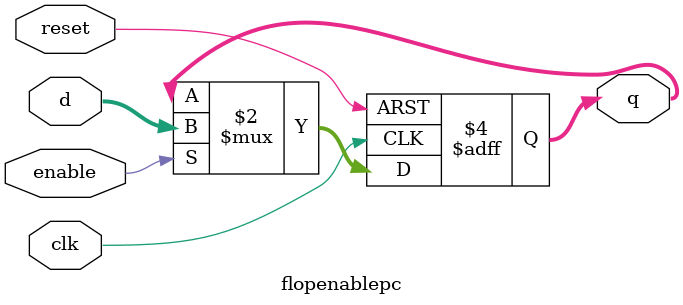
<source format=v>
module flopenablepc #(parameter WIDTH=8)
				(	
					input enable,clk, reset,
					input [WIDTH-1:0] d,
					output reg [WIDTH-1:0] q );
					
	always @ (posedge clk, posedge reset) begin
		if (reset) q <= 0;
		else if (enable) begin
			q <= d;
		end
	end
endmodule
</source>
